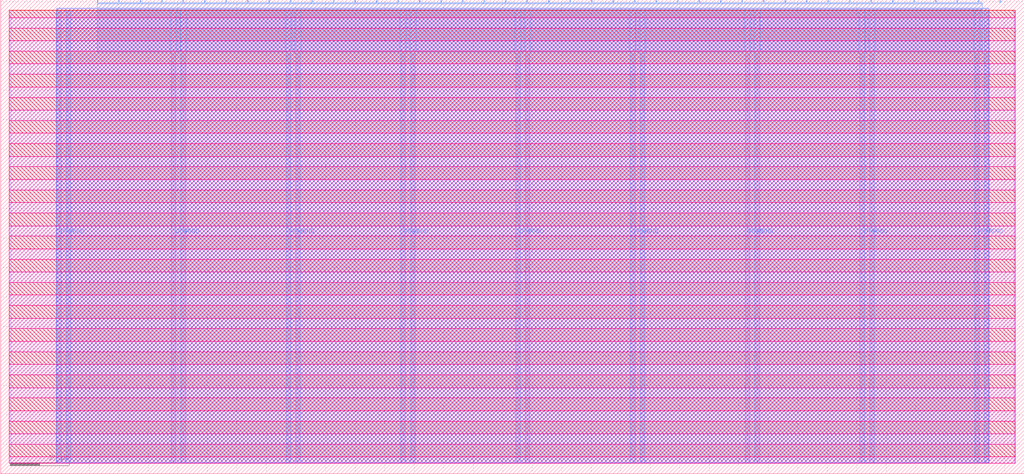
<source format=lef>
VERSION 5.7 ;
  NOWIREEXTENSIONATPIN ON ;
  DIVIDERCHAR "/" ;
  BUSBITCHARS "[]" ;
MACRO tt_um_dlmiles_bad_synchronizer
  CLASS BLOCK ;
  FOREIGN tt_um_dlmiles_bad_synchronizer ;
  ORIGIN 0.000 0.000 ;
  SIZE 346.640 BY 160.720 ;
  PIN VGND
    DIRECTION INOUT ;
    USE GROUND ;
    PORT
      LAYER Metal4 ;
        RECT 22.180 3.620 23.780 157.100 ;
    END
    PORT
      LAYER Metal4 ;
        RECT 61.050 3.620 62.650 157.100 ;
    END
    PORT
      LAYER Metal4 ;
        RECT 99.920 3.620 101.520 157.100 ;
    END
    PORT
      LAYER Metal4 ;
        RECT 138.790 3.620 140.390 157.100 ;
    END
    PORT
      LAYER Metal4 ;
        RECT 177.660 3.620 179.260 157.100 ;
    END
    PORT
      LAYER Metal4 ;
        RECT 216.530 3.620 218.130 157.100 ;
    END
    PORT
      LAYER Metal4 ;
        RECT 255.400 3.620 257.000 157.100 ;
    END
    PORT
      LAYER Metal4 ;
        RECT 294.270 3.620 295.870 157.100 ;
    END
    PORT
      LAYER Metal4 ;
        RECT 333.140 3.620 334.740 157.100 ;
    END
  END VGND
  PIN VPWR
    DIRECTION INOUT ;
    USE POWER ;
    PORT
      LAYER Metal4 ;
        RECT 18.880 3.620 20.480 157.100 ;
    END
    PORT
      LAYER Metal4 ;
        RECT 57.750 3.620 59.350 157.100 ;
    END
    PORT
      LAYER Metal4 ;
        RECT 96.620 3.620 98.220 157.100 ;
    END
    PORT
      LAYER Metal4 ;
        RECT 135.490 3.620 137.090 157.100 ;
    END
    PORT
      LAYER Metal4 ;
        RECT 174.360 3.620 175.960 157.100 ;
    END
    PORT
      LAYER Metal4 ;
        RECT 213.230 3.620 214.830 157.100 ;
    END
    PORT
      LAYER Metal4 ;
        RECT 252.100 3.620 253.700 157.100 ;
    END
    PORT
      LAYER Metal4 ;
        RECT 290.970 3.620 292.570 157.100 ;
    END
    PORT
      LAYER Metal4 ;
        RECT 329.840 3.620 331.440 157.100 ;
    END
  END VPWR
  PIN clk
    DIRECTION INPUT ;
    USE SIGNAL ;
    ANTENNAGATEAREA 4.738000 ;
    PORT
      LAYER Metal4 ;
        RECT 331.090 159.720 331.390 160.720 ;
    END
  END clk
  PIN ena
    DIRECTION INPUT ;
    USE SIGNAL ;
    PORT
      LAYER Metal4 ;
        RECT 338.370 159.720 338.670 160.720 ;
    END
  END ena
  PIN rst_n
    DIRECTION INPUT ;
    USE SIGNAL ;
    ANTENNAGATEAREA 0.741000 ;
    PORT
      LAYER Metal4 ;
        RECT 323.810 159.720 324.110 160.720 ;
    END
  END rst_n
  PIN ui_in[0]
    DIRECTION INPUT ;
    USE SIGNAL ;
    ANTENNAGATEAREA 1.102000 ;
    PORT
      LAYER Metal4 ;
        RECT 316.530 159.720 316.830 160.720 ;
    END
  END ui_in[0]
  PIN ui_in[1]
    DIRECTION INPUT ;
    USE SIGNAL ;
    ANTENNAGATEAREA 1.102000 ;
    PORT
      LAYER Metal4 ;
        RECT 309.250 159.720 309.550 160.720 ;
    END
  END ui_in[1]
  PIN ui_in[2]
    DIRECTION INPUT ;
    USE SIGNAL ;
    ANTENNAGATEAREA 1.102000 ;
    PORT
      LAYER Metal4 ;
        RECT 301.970 159.720 302.270 160.720 ;
    END
  END ui_in[2]
  PIN ui_in[3]
    DIRECTION INPUT ;
    USE SIGNAL ;
    PORT
      LAYER Metal4 ;
        RECT 294.690 159.720 294.990 160.720 ;
    END
  END ui_in[3]
  PIN ui_in[4]
    DIRECTION INPUT ;
    USE SIGNAL ;
    PORT
      LAYER Metal4 ;
        RECT 287.410 159.720 287.710 160.720 ;
    END
  END ui_in[4]
  PIN ui_in[5]
    DIRECTION INPUT ;
    USE SIGNAL ;
    PORT
      LAYER Metal4 ;
        RECT 280.130 159.720 280.430 160.720 ;
    END
  END ui_in[5]
  PIN ui_in[6]
    DIRECTION INPUT ;
    USE SIGNAL ;
    PORT
      LAYER Metal4 ;
        RECT 272.850 159.720 273.150 160.720 ;
    END
  END ui_in[6]
  PIN ui_in[7]
    DIRECTION INPUT ;
    USE SIGNAL ;
    PORT
      LAYER Metal4 ;
        RECT 265.570 159.720 265.870 160.720 ;
    END
  END ui_in[7]
  PIN uio_in[0]
    DIRECTION INPUT ;
    USE SIGNAL ;
    PORT
      LAYER Metal4 ;
        RECT 258.290 159.720 258.590 160.720 ;
    END
  END uio_in[0]
  PIN uio_in[1]
    DIRECTION INPUT ;
    USE SIGNAL ;
    PORT
      LAYER Metal4 ;
        RECT 251.010 159.720 251.310 160.720 ;
    END
  END uio_in[1]
  PIN uio_in[2]
    DIRECTION INPUT ;
    USE SIGNAL ;
    PORT
      LAYER Metal4 ;
        RECT 243.730 159.720 244.030 160.720 ;
    END
  END uio_in[2]
  PIN uio_in[3]
    DIRECTION INPUT ;
    USE SIGNAL ;
    PORT
      LAYER Metal4 ;
        RECT 236.450 159.720 236.750 160.720 ;
    END
  END uio_in[3]
  PIN uio_in[4]
    DIRECTION INPUT ;
    USE SIGNAL ;
    PORT
      LAYER Metal4 ;
        RECT 229.170 159.720 229.470 160.720 ;
    END
  END uio_in[4]
  PIN uio_in[5]
    DIRECTION INPUT ;
    USE SIGNAL ;
    PORT
      LAYER Metal4 ;
        RECT 221.890 159.720 222.190 160.720 ;
    END
  END uio_in[5]
  PIN uio_in[6]
    DIRECTION INPUT ;
    USE SIGNAL ;
    PORT
      LAYER Metal4 ;
        RECT 214.610 159.720 214.910 160.720 ;
    END
  END uio_in[6]
  PIN uio_in[7]
    DIRECTION INPUT ;
    USE SIGNAL ;
    PORT
      LAYER Metal4 ;
        RECT 207.330 159.720 207.630 160.720 ;
    END
  END uio_in[7]
  PIN uio_oe[0]
    DIRECTION OUTPUT ;
    USE SIGNAL ;
    ANTENNADIFFAREA 0.536800 ;
    PORT
      LAYER Metal4 ;
        RECT 83.570 159.720 83.870 160.720 ;
    END
  END uio_oe[0]
  PIN uio_oe[1]
    DIRECTION OUTPUT ;
    USE SIGNAL ;
    ANTENNADIFFAREA 0.536800 ;
    PORT
      LAYER Metal4 ;
        RECT 76.290 159.720 76.590 160.720 ;
    END
  END uio_oe[1]
  PIN uio_oe[2]
    DIRECTION OUTPUT ;
    USE SIGNAL ;
    ANTENNADIFFAREA 0.536800 ;
    PORT
      LAYER Metal4 ;
        RECT 69.010 159.720 69.310 160.720 ;
    END
  END uio_oe[2]
  PIN uio_oe[3]
    DIRECTION OUTPUT ;
    USE SIGNAL ;
    ANTENNADIFFAREA 0.536800 ;
    PORT
      LAYER Metal4 ;
        RECT 61.730 159.720 62.030 160.720 ;
    END
  END uio_oe[3]
  PIN uio_oe[4]
    DIRECTION OUTPUT ;
    USE SIGNAL ;
    ANTENNADIFFAREA 0.536800 ;
    PORT
      LAYER Metal4 ;
        RECT 54.450 159.720 54.750 160.720 ;
    END
  END uio_oe[4]
  PIN uio_oe[5]
    DIRECTION OUTPUT ;
    USE SIGNAL ;
    ANTENNADIFFAREA 0.536800 ;
    PORT
      LAYER Metal4 ;
        RECT 47.170 159.720 47.470 160.720 ;
    END
  END uio_oe[5]
  PIN uio_oe[6]
    DIRECTION OUTPUT ;
    USE SIGNAL ;
    ANTENNADIFFAREA 0.536800 ;
    PORT
      LAYER Metal4 ;
        RECT 39.890 159.720 40.190 160.720 ;
    END
  END uio_oe[6]
  PIN uio_oe[7]
    DIRECTION OUTPUT ;
    USE SIGNAL ;
    ANTENNADIFFAREA 0.536800 ;
    PORT
      LAYER Metal4 ;
        RECT 32.610 159.720 32.910 160.720 ;
    END
  END uio_oe[7]
  PIN uio_out[0]
    DIRECTION OUTPUT ;
    USE SIGNAL ;
    ANTENNAGATEAREA 0.606000 ;
    ANTENNADIFFAREA 1.055600 ;
    PORT
      LAYER Metal4 ;
        RECT 141.810 159.720 142.110 160.720 ;
    END
  END uio_out[0]
  PIN uio_out[1]
    DIRECTION OUTPUT ;
    USE SIGNAL ;
    ANTENNAGATEAREA 0.606000 ;
    ANTENNADIFFAREA 1.055600 ;
    PORT
      LAYER Metal4 ;
        RECT 134.530 159.720 134.830 160.720 ;
    END
  END uio_out[1]
  PIN uio_out[2]
    DIRECTION OUTPUT ;
    USE SIGNAL ;
    ANTENNAGATEAREA 0.606000 ;
    ANTENNADIFFAREA 1.055600 ;
    PORT
      LAYER Metal4 ;
        RECT 127.250 159.720 127.550 160.720 ;
    END
  END uio_out[2]
  PIN uio_out[3]
    DIRECTION OUTPUT ;
    USE SIGNAL ;
    ANTENNAGATEAREA 0.606000 ;
    ANTENNADIFFAREA 1.055600 ;
    PORT
      LAYER Metal4 ;
        RECT 119.970 159.720 120.270 160.720 ;
    END
  END uio_out[3]
  PIN uio_out[4]
    DIRECTION OUTPUT ;
    USE SIGNAL ;
    ANTENNAGATEAREA 4.344000 ;
    ANTENNADIFFAREA 2.111200 ;
    PORT
      LAYER Metal4 ;
        RECT 112.690 159.720 112.990 160.720 ;
    END
  END uio_out[4]
  PIN uio_out[5]
    DIRECTION OUTPUT ;
    USE SIGNAL ;
    ANTENNAGATEAREA 3.040500 ;
    ANTENNADIFFAREA 2.111200 ;
    PORT
      LAYER Metal4 ;
        RECT 105.410 159.720 105.710 160.720 ;
    END
  END uio_out[5]
  PIN uio_out[6]
    DIRECTION OUTPUT ;
    USE SIGNAL ;
    ANTENNAGATEAREA 3.113000 ;
    ANTENNADIFFAREA 2.111200 ;
    PORT
      LAYER Metal4 ;
        RECT 98.130 159.720 98.430 160.720 ;
    END
  END uio_out[6]
  PIN uio_out[7]
    DIRECTION OUTPUT ;
    USE SIGNAL ;
    ANTENNAGATEAREA 2.552000 ;
    ANTENNADIFFAREA 2.111200 ;
    PORT
      LAYER Metal4 ;
        RECT 90.850 159.720 91.150 160.720 ;
    END
  END uio_out[7]
  PIN uo_out[0]
    DIRECTION OUTPUT ;
    USE SIGNAL ;
    ANTENNADIFFAREA 1.055600 ;
    PORT
      LAYER Metal4 ;
        RECT 200.050 159.720 200.350 160.720 ;
    END
  END uo_out[0]
  PIN uo_out[1]
    DIRECTION OUTPUT ;
    USE SIGNAL ;
    ANTENNADIFFAREA 1.055600 ;
    PORT
      LAYER Metal4 ;
        RECT 192.770 159.720 193.070 160.720 ;
    END
  END uo_out[1]
  PIN uo_out[2]
    DIRECTION OUTPUT ;
    USE SIGNAL ;
    ANTENNADIFFAREA 1.055600 ;
    PORT
      LAYER Metal4 ;
        RECT 185.490 159.720 185.790 160.720 ;
    END
  END uo_out[2]
  PIN uo_out[3]
    DIRECTION OUTPUT ;
    USE SIGNAL ;
    ANTENNADIFFAREA 1.055600 ;
    PORT
      LAYER Metal4 ;
        RECT 178.210 159.720 178.510 160.720 ;
    END
  END uo_out[3]
  PIN uo_out[4]
    DIRECTION OUTPUT ;
    USE SIGNAL ;
    ANTENNADIFFAREA 1.986000 ;
    PORT
      LAYER Metal4 ;
        RECT 170.930 159.720 171.230 160.720 ;
    END
  END uo_out[4]
  PIN uo_out[5]
    DIRECTION OUTPUT ;
    USE SIGNAL ;
    ANTENNADIFFAREA 0.360800 ;
    PORT
      LAYER Metal4 ;
        RECT 163.650 159.720 163.950 160.720 ;
    END
  END uo_out[5]
  PIN uo_out[6]
    DIRECTION OUTPUT ;
    USE SIGNAL ;
    ANTENNADIFFAREA 0.360800 ;
    PORT
      LAYER Metal4 ;
        RECT 156.370 159.720 156.670 160.720 ;
    END
  END uo_out[6]
  PIN uo_out[7]
    DIRECTION OUTPUT ;
    USE SIGNAL ;
    ANTENNADIFFAREA 0.360800 ;
    PORT
      LAYER Metal4 ;
        RECT 149.090 159.720 149.390 160.720 ;
    END
  END uo_out[7]
  OBS
      LAYER Nwell ;
        RECT 2.930 154.640 343.710 157.230 ;
      LAYER Pwell ;
        RECT 2.930 151.120 343.710 154.640 ;
      LAYER Nwell ;
        RECT 2.930 146.800 343.710 151.120 ;
      LAYER Pwell ;
        RECT 2.930 143.280 343.710 146.800 ;
      LAYER Nwell ;
        RECT 2.930 138.960 343.710 143.280 ;
      LAYER Pwell ;
        RECT 2.930 135.440 343.710 138.960 ;
      LAYER Nwell ;
        RECT 2.930 131.120 343.710 135.440 ;
      LAYER Pwell ;
        RECT 2.930 127.600 343.710 131.120 ;
      LAYER Nwell ;
        RECT 2.930 123.280 343.710 127.600 ;
      LAYER Pwell ;
        RECT 2.930 119.760 343.710 123.280 ;
      LAYER Nwell ;
        RECT 2.930 115.440 343.710 119.760 ;
      LAYER Pwell ;
        RECT 2.930 111.920 343.710 115.440 ;
      LAYER Nwell ;
        RECT 2.930 107.600 343.710 111.920 ;
      LAYER Pwell ;
        RECT 2.930 104.080 343.710 107.600 ;
      LAYER Nwell ;
        RECT 2.930 99.760 343.710 104.080 ;
      LAYER Pwell ;
        RECT 2.930 96.240 343.710 99.760 ;
      LAYER Nwell ;
        RECT 2.930 91.920 343.710 96.240 ;
      LAYER Pwell ;
        RECT 2.930 88.400 343.710 91.920 ;
      LAYER Nwell ;
        RECT 2.930 84.080 343.710 88.400 ;
      LAYER Pwell ;
        RECT 2.930 80.560 343.710 84.080 ;
      LAYER Nwell ;
        RECT 2.930 76.240 343.710 80.560 ;
      LAYER Pwell ;
        RECT 2.930 72.720 343.710 76.240 ;
      LAYER Nwell ;
        RECT 2.930 68.400 343.710 72.720 ;
      LAYER Pwell ;
        RECT 2.930 64.880 343.710 68.400 ;
      LAYER Nwell ;
        RECT 2.930 60.560 343.710 64.880 ;
      LAYER Pwell ;
        RECT 2.930 57.040 343.710 60.560 ;
      LAYER Nwell ;
        RECT 2.930 52.720 343.710 57.040 ;
      LAYER Pwell ;
        RECT 2.930 49.200 343.710 52.720 ;
      LAYER Nwell ;
        RECT 2.930 44.880 343.710 49.200 ;
      LAYER Pwell ;
        RECT 2.930 41.360 343.710 44.880 ;
      LAYER Nwell ;
        RECT 2.930 37.040 343.710 41.360 ;
      LAYER Pwell ;
        RECT 2.930 33.520 343.710 37.040 ;
      LAYER Nwell ;
        RECT 2.930 29.200 343.710 33.520 ;
      LAYER Pwell ;
        RECT 2.930 25.680 343.710 29.200 ;
      LAYER Nwell ;
        RECT 2.930 21.360 343.710 25.680 ;
      LAYER Pwell ;
        RECT 2.930 17.840 343.710 21.360 ;
      LAYER Nwell ;
        RECT 2.930 13.520 343.710 17.840 ;
      LAYER Pwell ;
        RECT 2.930 10.000 343.710 13.520 ;
      LAYER Nwell ;
        RECT 2.930 5.680 343.710 10.000 ;
      LAYER Pwell ;
        RECT 2.930 3.490 343.710 5.680 ;
      LAYER Metal1 ;
        RECT 3.360 3.620 343.280 157.100 ;
      LAYER Metal2 ;
        RECT 19.020 3.730 334.600 157.830 ;
      LAYER Metal3 ;
        RECT 18.970 3.780 334.650 157.780 ;
      LAYER Metal4 ;
        RECT 33.210 159.420 39.590 159.720 ;
        RECT 40.490 159.420 46.870 159.720 ;
        RECT 47.770 159.420 54.150 159.720 ;
        RECT 55.050 159.420 61.430 159.720 ;
        RECT 62.330 159.420 68.710 159.720 ;
        RECT 69.610 159.420 75.990 159.720 ;
        RECT 76.890 159.420 83.270 159.720 ;
        RECT 84.170 159.420 90.550 159.720 ;
        RECT 91.450 159.420 97.830 159.720 ;
        RECT 98.730 159.420 105.110 159.720 ;
        RECT 106.010 159.420 112.390 159.720 ;
        RECT 113.290 159.420 119.670 159.720 ;
        RECT 120.570 159.420 126.950 159.720 ;
        RECT 127.850 159.420 134.230 159.720 ;
        RECT 135.130 159.420 141.510 159.720 ;
        RECT 142.410 159.420 148.790 159.720 ;
        RECT 149.690 159.420 156.070 159.720 ;
        RECT 156.970 159.420 163.350 159.720 ;
        RECT 164.250 159.420 170.630 159.720 ;
        RECT 171.530 159.420 177.910 159.720 ;
        RECT 178.810 159.420 185.190 159.720 ;
        RECT 186.090 159.420 192.470 159.720 ;
        RECT 193.370 159.420 199.750 159.720 ;
        RECT 200.650 159.420 207.030 159.720 ;
        RECT 207.930 159.420 214.310 159.720 ;
        RECT 215.210 159.420 221.590 159.720 ;
        RECT 222.490 159.420 228.870 159.720 ;
        RECT 229.770 159.420 236.150 159.720 ;
        RECT 237.050 159.420 243.430 159.720 ;
        RECT 244.330 159.420 250.710 159.720 ;
        RECT 251.610 159.420 257.990 159.720 ;
        RECT 258.890 159.420 265.270 159.720 ;
        RECT 266.170 159.420 272.550 159.720 ;
        RECT 273.450 159.420 279.830 159.720 ;
        RECT 280.730 159.420 287.110 159.720 ;
        RECT 288.010 159.420 294.390 159.720 ;
        RECT 295.290 159.420 301.670 159.720 ;
        RECT 302.570 159.420 308.950 159.720 ;
        RECT 309.850 159.420 316.230 159.720 ;
        RECT 317.130 159.420 323.510 159.720 ;
        RECT 324.410 159.420 330.790 159.720 ;
        RECT 331.690 159.420 332.500 159.720 ;
        RECT 32.620 157.400 332.500 159.420 ;
        RECT 32.620 142.890 57.450 157.400 ;
        RECT 59.650 142.890 60.750 157.400 ;
        RECT 62.950 142.890 96.320 157.400 ;
        RECT 98.520 142.890 99.620 157.400 ;
        RECT 101.820 142.890 135.190 157.400 ;
        RECT 137.390 142.890 138.490 157.400 ;
        RECT 140.690 142.890 174.060 157.400 ;
        RECT 176.260 142.890 177.360 157.400 ;
        RECT 179.560 142.890 212.930 157.400 ;
        RECT 215.130 142.890 216.230 157.400 ;
        RECT 218.430 142.890 251.800 157.400 ;
        RECT 254.000 142.890 255.100 157.400 ;
        RECT 257.300 142.890 290.670 157.400 ;
        RECT 292.870 142.890 293.970 157.400 ;
        RECT 296.170 142.890 329.540 157.400 ;
        RECT 331.740 142.890 332.500 157.400 ;
  END
END tt_um_dlmiles_bad_synchronizer
END LIBRARY


</source>
